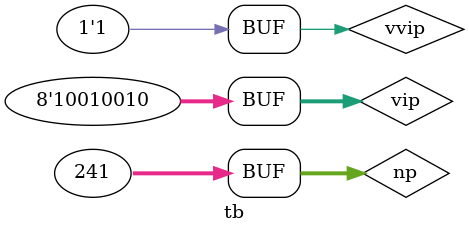
<source format=v>
`timescale 1ns / 1ps


module tb;

	// Inputs
	reg [31:0] np;
	reg [7:0] vip;
	reg vvip;

	// Outputs
	wire res;

	// Instantiate the Unit Under Test (UUT)
	vote uut (
		.np(np), 
		.vip(vip), 
		.vvip(vvip), 
		.res(res)
	);

	initial begin
		// Initialize Inputs
		np = 0;
		vip = 0;
		vvip = 0;

		// Wait 100 ns for global reset to finish
		#5;
		np = 0;
		vip = 8'b00011101;
		vvip = 1;
		#5;
		np=32'b00000000000000000000000011110001;
		vip = 8'b10010010;
		vvip = 1;
        
		// Add stimulus here

	end
      
endmodule


</source>
